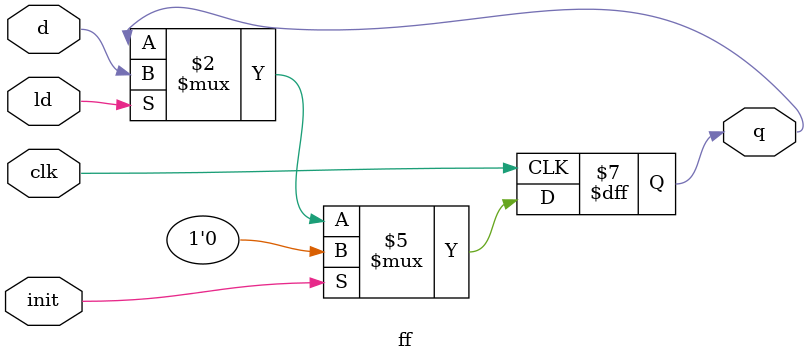
<source format=sv>
`timescale 1ns/1ns
module ff(input d, clk, init, ld, output reg q);
  always @(posedge clk) begin
    if (init)
      q <= 1'b0;
    else if (ld)
      q <= d;
  end
endmodule

</source>
